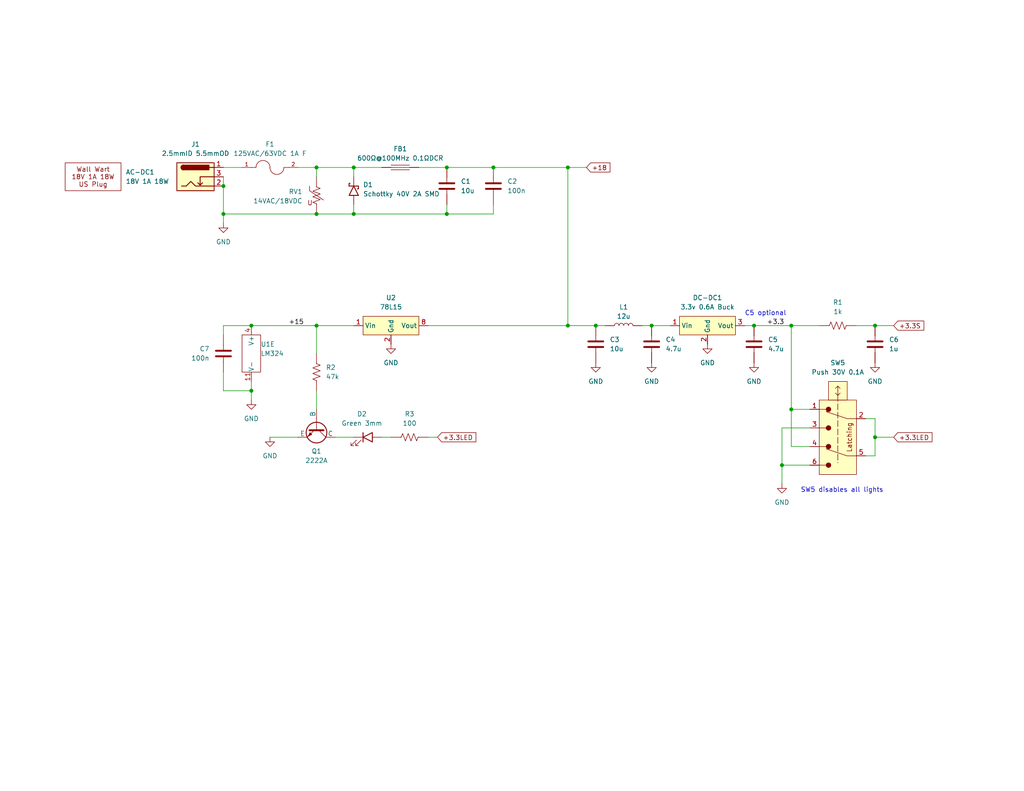
<source format=kicad_sch>
(kicad_sch (version 20230121) (generator eeschema)
  (paper "USLetter")
  (lib_symbols
    (symbol "Danakil_database:Capacitors - Unpolarized/100nF 50V 1206 X7R SMD MLCC  " (pin_numbers hide) (pin_names (offset 0.254))
      (property "Reference" "C" (at 0.635 2.54 0))
      (property "Value" "100n" (at 0.635 -2.54 0))
      (symbol "Capacitors - Unpolarized/100nF 50V 1206 X7R SMD MLCC  _0_1"
        (polyline (pts (xy -2.032 -0.762) (xy 2.032 -0.762)) (stroke (width 0.508)))
        (polyline (pts (xy -2.032 0.762) (xy 2.032 0.762)) (stroke (width 0.508)))
        (polyline (pts (xy 0 -0.762) (xy 0 -2.286)))
        (polyline (pts (xy 0 2.286) (xy 0 0.762)))
      )
      (symbol "Capacitors - Unpolarized/100nF 50V 1206 X7R SMD MLCC  _1_1"
        (pin passive line (at 0 5.08 270) (length 2.794) (name "~") (number "1"))
        (pin passive line (at 0 -5.08 90) (length 2.794) (name "~") (number "2"))
      )
    )
    (symbol "Danakil_database:Capacitors - Unpolarized/10uF 25V 1206 X5R SMD MLCC  " (pin_numbers hide) (pin_names (offset 0.254))
      (property "Reference" "C" (at 0.635 2.54 0))
      (property "Value" "10u" (at 0.635 -2.54 0))
      (symbol "Capacitors - Unpolarized/10uF 25V 1206 X5R SMD MLCC  _0_1"
        (polyline (pts (xy -2.032 -0.762) (xy 2.032 -0.762)) (stroke (width 0.508)))
        (polyline (pts (xy -2.032 0.762) (xy 2.032 0.762)) (stroke (width 0.508)))
        (polyline (pts (xy 0 -0.762) (xy 0 -2.286)))
        (polyline (pts (xy 0 2.286) (xy 0 0.762)))
      )
      (symbol "Capacitors - Unpolarized/10uF 25V 1206 X5R SMD MLCC  _1_1"
        (pin passive line (at 0 5.08 270) (length 2.794) (name "~") (number "1"))
        (pin passive line (at 0 -5.08 90) (length 2.794) (name "~") (number "2"))
      )
    )
    (symbol "Danakil_database:Capacitors - Unpolarized/1uF 50V 0805 Y5V SMD MLCC  " (pin_numbers hide) (pin_names (offset 0.254))
      (property "Reference" "C" (at 0.635 2.54 0))
      (property "Value" "1u" (at 0.635 -2.54 0))
      (symbol "Capacitors - Unpolarized/1uF 50V 0805 Y5V SMD MLCC  _0_1"
        (polyline (pts (xy -2.032 -0.762) (xy 2.032 -0.762)) (stroke (width 0.508)))
        (polyline (pts (xy -2.032 0.762) (xy 2.032 0.762)) (stroke (width 0.508)))
        (polyline (pts (xy 0 -0.762) (xy 0 -2.286)))
        (polyline (pts (xy 0 2.286) (xy 0 0.762)))
      )
      (symbol "Capacitors - Unpolarized/1uF 50V 0805 Y5V SMD MLCC  _1_1"
        (pin passive line (at 0 5.08 270) (length 2.794) (name "~") (number "1"))
        (pin passive line (at 0 -5.08 90) (length 2.794) (name "~") (number "2"))
      )
    )
    (symbol "Danakil_database:Capacitors - Unpolarized/4.7uF 25V 1206 X7R SMD MLCC  " (pin_numbers hide) (pin_names (offset 0.254))
      (property "Reference" "C" (at 0.635 2.54 0))
      (property "Value" "4.7u" (at 0.635 -2.54 0))
      (symbol "Capacitors - Unpolarized/4.7uF 25V 1206 X7R SMD MLCC  _0_1"
        (polyline (pts (xy -2.032 -0.762) (xy 2.032 -0.762)) (stroke (width 0.508)))
        (polyline (pts (xy -2.032 0.762) (xy 2.032 0.762)) (stroke (width 0.508)))
        (polyline (pts (xy 0 -0.762) (xy 0 -2.286)))
        (polyline (pts (xy 0 2.286) (xy 0 0.762)))
      )
      (symbol "Capacitors - Unpolarized/4.7uF 25V 1206 X7R SMD MLCC  _1_1"
        (pin passive line (at 0 5.08 270) (length 2.794) (name "~") (number "1"))
        (pin passive line (at 0 -5.08 90) (length 2.794) (name "~") (number "2"))
      )
    )
    (symbol "Danakil_database:Connectors - Barrel Jack/2.5mmID 5.5mmOD  " (pin_names hide)
      (property "Reference" "J" (at 0 5.334 0))
      (property "Value" "2.5mmID 5.5mmOD" (at 0 -5.08 0))
      (symbol "Connectors - Barrel Jack/2.5mmID 5.5mmOD  _0_1"
        (rectangle (start -5.08 3.81) (end 5.08 -3.81) (stroke (width 0.254)) (fill (type background)))
        (arc (start -3.302 3.175) (mid -3.9343 2.54) (end -3.302 1.905) (stroke (width 0.254)))
        (arc (start -3.302 3.175) (mid -3.9343 2.54) (end -3.302 1.905) (stroke (width 0.254)) (fill (type outline)))
        (polyline (pts (xy 1.27 -2.286) (xy 1.905 -1.651)) (stroke (width 0.254)))
        (polyline (pts (xy 5.08 2.54) (xy 3.81 2.54)) (stroke (width 0.254)))
        (polyline (pts (xy 5.08 0) (xy 1.27 0) (xy 1.27 -2.286) (xy 0.635 -1.651)) (stroke (width 0.254)))
        (polyline (pts (xy -3.81 -2.54) (xy -2.54 -2.54) (xy -1.27 -1.27) (xy 0 -2.54) (xy 2.54 -2.54) (xy 5.08 -2.54)) (stroke (width 0.254)))
        (rectangle (start 3.683 3.175) (end -3.302 1.905) (stroke (width 0.254)) (fill (type outline)))
      )
      (symbol "Connectors - Barrel Jack/2.5mmID 5.5mmOD  _1_1"
        (pin passive line (at 7.62 2.54 180) (length 2.54) (name "~") (number "1"))
        (pin passive line (at 7.62 -2.54 180) (length 2.54) (name "~") (number "2"))
        (pin passive line (at 7.62 0 180) (length 2.54) (name "~") (number "3"))
      )
    )
    (symbol "Danakil_database:Discreet - Diodes - Schottky/Schottky 40V 2A SMD  " (pin_numbers hide) (pin_names hide)
      (property "Reference" "D" (at 0 2.54 0))
      (property "Value" "Schottky 40V 2A SMD" (at 0 -2.54 0))
      (symbol "Discreet - Diodes - Schottky/Schottky 40V 2A SMD  _0_1"
        (polyline (pts (xy -1.27 1.27) (xy -1.27 -1.27)) (stroke (width 0.254)))
        (polyline (pts (xy 1.27 1.27) (xy 1.27 -1.27) (xy -1.27 0) (xy 1.27 1.27)) (stroke (width 0.254)))
      )
      (symbol "Discreet - Diodes - Schottky/Schottky 40V 2A SMD  _1_1"
        (polyline (pts (xy -1.27 -1.27) (xy -2.032 -1.27) (xy -2.032 -1.016)) (stroke (width 0.254)))
        (polyline (pts (xy -1.27 1.27) (xy -0.508 1.27) (xy -0.508 1.016)) (stroke (width 0.254)))
        (pin passive line (at -3.81 0 0) (length 2.54) (name "K") (number "1"))
        (pin passive line (at 3.81 0 180) (length 2.54) (name "A") (number "2"))
      )
    )
    (symbol "Danakil_database:Discreet - Transistors - BJT - NPN/2222A 40V-Vce 0.6A-Ic 0.35W 100-Bmin SMD  " (pin_numbers hide) (pin_names (offset 0))
      (property "Reference" "Q" (at -2.54 7.62 0))
      (property "Value" "2222A" (at -2.54 5.08 0))
      (symbol "Discreet - Transistors - BJT - NPN/2222A 40V-Vce 0.6A-Ic 0.35W 100-Bmin SMD  _0_1"
        (polyline (pts (xy -2.54 0) (xy 0.635 0)) (stroke (width 0.1524)))
        (polyline (pts (xy 0.635 0.635) (xy 2.54 2.54)))
        (polyline (pts (xy 2.794 -1.27) (xy 2.794 -1.27)) (stroke (width 0.1524)))
        (polyline (pts (xy 2.794 -1.27) (xy 2.794 -1.27)) (stroke (width 0.1524)))
        (polyline (pts (xy 0.635 -0.635) (xy 2.54 -2.54) (xy 2.54 -2.54)))
        (polyline (pts (xy 0.635 1.905) (xy 0.635 -1.905) (xy 0.635 -1.905)) (stroke (width 0.508)))
        (polyline (pts (xy 1.27 -1.778) (xy 1.778 -1.27) (xy 2.286 -2.286) (xy 1.27 -1.778) (xy 1.27 -1.778)) (fill (type outline)))
        (circle (center 1.27 0) (radius 2.8194) (stroke (width 0.254)))
      )
      (symbol "Discreet - Transistors - BJT - NPN/2222A 40V-Vce 0.6A-Ic 0.35W 100-Bmin SMD  _1_1"
        (pin open_collector line (at 2.54 5.08 270) (length 2.54) (name "C") (number "1"))
        (pin input line (at -5.08 0 0) (length 2.54) (name "B") (number "2"))
        (pin open_emitter line (at 2.54 -5.08 90) (length 2.54) (name "E") (number "3"))
      )
    )
    (symbol "Danakil_database:ICs - Analog - OP Amp/LM324" (pin_names (offset 0.127))
      (property "Reference" "U" (at 2.54 2.54 0))
      (property "Value" "LM324" (at 2.54 -7.62 0))
      (symbol "ICs - Analog - OP Amp/LM324_1_1"
        (polyline (pts (xy -5.08 5.08) (xy 5.08 0) (xy -5.08 -5.08) (xy -5.08 5.08)) (stroke (width 0.254)) (fill (type background)))
        (pin output line (at 7.62 0 180) (length 2.54) (name "~") (number "1"))
        (pin input line (at -7.62 -2.54 0) (length 2.54) (name "-") (number "2"))
        (pin input line (at -7.62 2.54 0) (length 2.54) (name "+") (number "3"))
      )
      (symbol "ICs - Analog - OP Amp/LM324_2_1"
        (polyline (pts (xy -5.08 5.08) (xy 5.08 0) (xy -5.08 -5.08) (xy -5.08 5.08)) (stroke (width 0.254)) (fill (type background)))
        (pin input line (at -7.62 2.54 0) (length 2.54) (name "+") (number "5"))
        (pin input line (at -7.62 -2.54 0) (length 2.54) (name "-") (number "6"))
        (pin output line (at 7.62 0 180) (length 2.54) (name "~") (number "7"))
      )
      (symbol "ICs - Analog - OP Amp/LM324_3_1"
        (polyline (pts (xy -5.08 5.08) (xy 5.08 0) (xy -5.08 -5.08) (xy -5.08 5.08)) (stroke (width 0.254)) (fill (type background)))
        (pin input line (at -7.62 2.54 0) (length 2.54) (name "+") (number "10"))
        (pin output line (at 7.62 0 180) (length 2.54) (name "~") (number "8"))
        (pin input line (at -7.62 -2.54 0) (length 2.54) (name "-") (number "9"))
      )
      (symbol "ICs - Analog - OP Amp/LM324_4_1"
        (polyline (pts (xy -5.08 5.08) (xy 5.08 0) (xy -5.08 -5.08) (xy -5.08 5.08)) (stroke (width 0.254)) (fill (type background)))
        (pin input line (at -7.62 2.54 0) (length 2.54) (name "+") (number "12"))
        (pin input line (at -7.62 -2.54 0) (length 2.54) (name "-") (number "13"))
        (pin output line (at 7.62 0 180) (length 2.54) (name "~") (number "14"))
      )
      (symbol "ICs - Analog - OP Amp/LM324_5_1"
        (rectangle (start -2.54 5.08) (end 2.54 -5.08))
        (pin passive line (at 0 -7.62 90) (length 2.54) (name "V-") (number "11"))
        (pin passive line (at 0 7.62 270) (length 2.54) (name "V+") (number "4"))
      )
    )
    (symbol "Danakil_database:ICs - Power - Linear Regulation/78L15 Fixed 0.1A 1.7v@0.04A 35VinMax SMD  "
      (property "Reference" "U" (at 0 5.08 0))
      (property "Value" "78L15" (at 0 0 0))
      (symbol "ICs - Power - Linear Regulation/78L15 Fixed 0.1A 1.7v@0.04A 35VinMax SMD  _1_1"
        (rectangle (start -7.62 2.54) (end 7.62 -2.54) (fill (type background)))
        (pin input line (at -10.16 0 0) (length 2.54) (name "Vin") (number "1"))
        (pin input line (at 0 -5.08 90) (length 2.54) (name "Gnd") (number "2"))
        (pin input line (at 0 -5.08 90) (length 2.54) hide (name "Gnd") (number "3"))
        (pin input line (at 0 -5.08 90) (length 2.54) hide (name "Gnd") (number "6"))
        (pin input line (at 0 -5.08 90) (length 2.54) hide (name "Gnd") (number "7"))
        (pin input line (at 10.16 0 180) (length 2.54) (name "Vout") (number "8"))
      )
    )
    (symbol "Danakil_database:Inductors - Ferrite Bead/600Ω@100MHz 2A 0.1ΩDCR" (pin_numbers hide)
      (property "Reference" "FB" (at 0 2.54 0))
      (property "Value" "600Ω@100MHz 0.1ΩDCR" (at 0 0 0))
      (symbol "Inductors - Ferrite Bead/600Ω@100MHz 2A 0.1ΩDCR_0_1"
        (polyline (pts (xy -2.54 -0.635) (xy 2.54 -0.635)))
        (polyline (pts (xy -2.54 0) (xy 2.54 0)))
        (polyline (pts (xy -2.54 0.635) (xy 2.54 0.635)))
      )
      (symbol "Inductors - Ferrite Bead/600Ω@100MHz 2A 0.1ΩDCR_1_1"
        (pin input line (at -5.08 0 0) (length 2.54) (name "") (number "1"))
        (pin input line (at 5.08 0 180) (length 2.54) (name "") (number "2"))
      )
    )
    (symbol "Danakil_database:Inductors/12uH 2.2A 58mΩ 20% NonStd SMD  " (pin_numbers hide) (pin_names (offset 1.016) hide)
      (property "Reference" "L" (at -1.27 0 90))
      (property "Value" "12u" (at 1.905 0 90))
      (symbol "Inductors/12uH 2.2A 58mΩ 20% NonStd SMD  _0_1"
        (arc (start 0 -2.54) (mid 0.6323 -1.905) (end 0 -1.27))
        (arc (start 0 -1.27) (mid 0.6323 -0.635) (end 0 0))
        (arc (start 0 0) (mid 0.6323 0.635) (end 0 1.27))
        (arc (start 0 1.27) (mid 0.6323 1.905) (end 0 2.54))
      )
      (symbol "Inductors/12uH 2.2A 58mΩ 20% NonStd SMD  _1_1"
        (pin passive line (at 0 5.08 270) (length 2.54) (name "1") (number "1"))
        (pin passive line (at 0 -5.08 90) (length 2.54) (name "2") (number "2"))
      )
    )
    (symbol "Danakil_database:LEDs - Standard - Indicator - Through Hole/Green 3mm 560nm 2.2v 20mA  " (pin_numbers hide) (pin_names (offset 1.016) hide)
      (property "Reference" "D" (at 0 2.54 0))
      (property "Value" "Green 3mm" (at 0 -2.54 0))
      (symbol "LEDs - Standard - Indicator - Through Hole/Green 3mm 560nm 2.2v 20mA  _0_1"
        (polyline (pts (xy -1.27 -1.27) (xy -1.27 1.27)) (stroke (width 0.254)))
        (polyline (pts (xy 1.27 -1.27) (xy 1.27 1.27) (xy -1.27 0) (xy 1.27 -1.27)) (stroke (width 0.254)))
        (polyline (pts (xy -3.048 -0.762) (xy -4.572 -2.286) (xy -3.81 -2.286) (xy -4.572 -2.286) (xy -4.572 -1.524)))
        (polyline (pts (xy -1.778 -0.762) (xy -3.302 -2.286) (xy -2.54 -2.286) (xy -3.302 -2.286) (xy -3.302 -1.524)))
      )
      (symbol "LEDs - Standard - Indicator - Through Hole/Green 3mm 560nm 2.2v 20mA  _1_1"
        (pin passive line (at -3.81 0 0) (length 2.54) (name "K") (number "1"))
        (pin passive line (at 3.81 0 180) (length 2.54) (name "A") (number "2"))
      )
    )
    (symbol "Danakil_database:PSUs - PCB Mount - DC-DC - Non-Isolated/Buck 6v-28v to 3.3v0.6A"
      (property "Reference" "DC-DC" (at 0 5.08 0))
      (property "Value" "3.3v 0.6A Buck" (at 0 0 0))
      (symbol "PSUs - PCB Mount - DC-DC - Non-Isolated/Buck 6v-28v to 3.3v0.6A_1_1"
        (rectangle (start -7.62 2.54) (end 7.62 -2.54) (fill (type background)))
        (pin input line (at -10.16 0 0) (length 2.54) (name "Vin") (number "1"))
        (pin input line (at 0 -5.08 90) (length 2.54) (name "Gnd") (number "2"))
        (pin input line (at 10.16 0 180) (length 2.54) (name "Vout") (number "3"))
      )
    )
    (symbol "Danakil_database:PSUs - Wall Wart/18V 1A 18W Wall Wart  " (on_board no)
      (property "Reference" "AC-DC" (at 0 5.08 0))
      (property "Value" "18V 1A 18W" (at 0 0 0))
      (symbol "PSUs - Wall Wart/18V 1A 18W Wall Wart  _1_1"
        (text_box "Wall Wart\n18V 1A 18W\nUS Plug" (at -7.62 3.81 0) (size 15.24 -7.62) (fill (type color)) (effects (font (size 1.27 1.27))))
      )
    )
    (symbol "Danakil_database:Protection - Fuses/125VAC/63VDC 1A F SMD  " (pin_names (offset 1.016))
      (property "Reference" "F" (at -2.54 3.81 0))
      (property "Value" "125VAC/63VDC 1A F" (at -2.54 -5.08 0))
      (symbol "Protection - Fuses/125VAC/63VDC 1A F SMD  _0_0"
        (arc (start 0 0) (mid -1.905 1.8967) (end -3.81 0) (stroke (width 0.1524)))
        (polyline (pts (xy -5.08 0) (xy -3.81 0)) (stroke (width 0.1524)))
        (polyline (pts (xy 5.08 0) (xy 3.81 0)) (stroke (width 0.1524)))
        (arc (start 0 0) (mid 1.905 -1.8967) (end 3.81 0) (stroke (width 0.1524)))
        (pin passive line (at -7.62 0 0) (length 2.54) (name "~") (number "1"))
        (pin passive line (at 7.62 0 180) (length 2.54) (name "~") (number "2"))
      )
    )
    (symbol "Danakil_database:Protection - MOVs/14VAC/18VDC 120A  J SMD  " (pin_numbers hide) (pin_names (offset 0))
      (property "Reference" "RV" (at 3.175 0 90))
      (property "Value" "14VAC/18VDC" (at -3.175 0 90))
      (symbol "Protection - MOVs/14VAC/18VDC 120A  J SMD  _0_0"
        (text "U" (at -1.778 -2.032 0) (effects (font (size 1.27 1.27))))
      )
      (symbol "Protection - MOVs/14VAC/18VDC 120A  J SMD  _0_1"
        (polyline (pts (xy 0 -2.286) (xy 0 -2.54)))
        (polyline (pts (xy 0 2.286) (xy 0 2.54)))
        (polyline (pts (xy -1.905 2.54) (xy -1.905 1.27) (xy 1.905 -1.27)))
        (polyline (pts (xy 0 -0.762) (xy 1.016 -1.143) (xy 0 -1.524) (xy -1.016 -1.905) (xy 0 -2.286)))
        (polyline (pts (xy 0 0.762) (xy 1.016 0.381) (xy 0 0) (xy -1.016 -0.381) (xy 0 -0.762)))
        (polyline (pts (xy 0 2.286) (xy 1.016 1.905) (xy 0 1.524) (xy -1.016 1.143) (xy 0 0.762)))
      )
      (symbol "Protection - MOVs/14VAC/18VDC 120A  J SMD  _1_1"
        (pin passive line (at 0 5.08 270) (length 2.54) (name "~") (number "1"))
        (pin passive line (at 0 -5.08 90) (length 2.54) (name "~") (number "2"))
      )
    )
    (symbol "Danakil_database:Resistors - Single - SMD/100Ω 1% 1206 0.25w Thick Film 100ppm/°C Automotive" (pin_numbers hide) (pin_names (offset 0))
      (property "Reference" "R" (at 2.54 0 90))
      (property "Value" "100" (at -2.54 0 90))
      (symbol "Resistors - Single - SMD/100Ω 1% 1206 0.25w Thick Film 100ppm/°C Automotive_0_1"
        (polyline (pts (xy 0 -2.286) (xy 0 -2.54)))
        (polyline (pts (xy 0 2.286) (xy 0 2.54)))
        (polyline (pts (xy 0 -0.762) (xy 1.016 -1.143) (xy 0 -1.524) (xy -1.016 -1.905) (xy 0 -2.286)))
        (polyline (pts (xy 0 0.762) (xy 1.016 0.381) (xy 0 0) (xy -1.016 -0.381) (xy 0 -0.762)))
        (polyline (pts (xy 0 2.286) (xy 1.016 1.905) (xy 0 1.524) (xy -1.016 1.143) (xy 0 0.762)))
      )
      (symbol "Resistors - Single - SMD/100Ω 1% 1206 0.25w Thick Film 100ppm/°C Automotive_1_1"
        (pin passive line (at 0 5.08 270) (length 2.54) (name "~") (number "1"))
        (pin passive line (at 0 -5.08 90) (length 2.54) (name "~") (number "2"))
      )
    )
    (symbol "Danakil_database:Resistors - Single - SMD/1kΩ 1% 1206 0.25w Thick Film 200ppm/°C Automotive" (pin_numbers hide) (pin_names (offset 0))
      (property "Reference" "R" (at 2.54 0 90))
      (property "Value" "1k" (at -2.54 0 90))
      (symbol "Resistors - Single - SMD/1kΩ 1% 1206 0.25w Thick Film 200ppm/°C Automotive_0_1"
        (polyline (pts (xy 0 -2.286) (xy 0 -2.54)))
        (polyline (pts (xy 0 2.286) (xy 0 2.54)))
        (polyline (pts (xy 0 -0.762) (xy 1.016 -1.143) (xy 0 -1.524) (xy -1.016 -1.905) (xy 0 -2.286)))
        (polyline (pts (xy 0 0.762) (xy 1.016 0.381) (xy 0 0) (xy -1.016 -0.381) (xy 0 -0.762)))
        (polyline (pts (xy 0 2.286) (xy 1.016 1.905) (xy 0 1.524) (xy -1.016 1.143) (xy 0 0.762)))
      )
      (symbol "Resistors - Single - SMD/1kΩ 1% 1206 0.25w Thick Film 200ppm/°C Automotive_1_1"
        (pin passive line (at 0 5.08 270) (length 2.54) (name "~") (number "1"))
        (pin passive line (at 0 -5.08 90) (length 2.54) (name "~") (number "2"))
      )
    )
    (symbol "Danakil_database:Resistors - Single - SMD/47kΩ 1% 1206 0.25w Thick Film 100ppm/°C Automotive" (pin_numbers hide) (pin_names (offset 0))
      (property "Reference" "R" (at 2.54 0 90))
      (property "Value" "47k" (at -2.54 0 90))
      (symbol "Resistors - Single - SMD/47kΩ 1% 1206 0.25w Thick Film 100ppm/°C Automotive_0_1"
        (polyline (pts (xy 0 -2.286) (xy 0 -2.54)))
        (polyline (pts (xy 0 2.286) (xy 0 2.54)))
        (polyline (pts (xy 0 -0.762) (xy 1.016 -1.143) (xy 0 -1.524) (xy -1.016 -1.905) (xy 0 -2.286)))
        (polyline (pts (xy 0 0.762) (xy 1.016 0.381) (xy 0 0) (xy -1.016 -0.381) (xy 0 -0.762)))
        (polyline (pts (xy 0 2.286) (xy 1.016 1.905) (xy 0 1.524) (xy -1.016 1.143) (xy 0 0.762)))
      )
      (symbol "Resistors - Single - SMD/47kΩ 1% 1206 0.25w Thick Film 100ppm/°C Automotive_1_1"
        (pin passive line (at 0 5.08 270) (length 2.54) (name "~") (number "1"))
        (pin passive line (at 0 -5.08 90) (length 2.54) (name "~") (number "2"))
      )
    )
    (symbol "Danakil_database:Switches - Push/DPDT Push 30V 0.1A"
      (property "Reference" "SW" (at 0 17.78 0))
      (property "Value" "Push 30V 0.1A" (at 0 0 0))
      (symbol "Switches - Push/DPDT Push 30V 0.1A_0_1"
        (polyline (pts (xy -5.08 -5.08) (xy -2.54 -5.08) (xy 3.175 -3.175)))
        (polyline (pts (xy -5.08 5.08) (xy -2.54 5.08) (xy 3.175 6.985)))
      )
      (symbol "Switches - Push/DPDT Push 30V 0.1A_1_1"
        (rectangle (start -5.08 10.16) (end 5.08 -10.16) (fill (type background)))
        (rectangle (start -2.54 15.24) (end 2.54 10.16) (fill (type background)))
        (polyline (pts (xy 0 11.43) (xy -0.635 12.065)))
        (polyline (pts (xy 0 11.43) (xy 0 -6.985)) (stroke (width 0) (type dash)))
        (polyline (pts (xy 0 11.43) (xy 0.635 12.065)))
        (polyline (pts (xy 0 13.97) (xy -0.635 13.335)))
        (polyline (pts (xy 0 13.97) (xy 0 11.43)))
        (polyline (pts (xy 0 13.97) (xy 0.635 13.335)))
        (polyline (pts (xy 2.54 -7.62) (xy 5.08 -7.62)))
        (polyline (pts (xy 2.54 -2.54) (xy 5.08 -2.54)))
        (polyline (pts (xy 2.54 2.54) (xy 5.08 2.54)))
        (polyline (pts (xy 2.54 7.62) (xy 5.08 7.62)))
        (circle (center 2.54 -7.62) (radius 0.635) (fill (type outline)))
        (circle (center 2.54 -2.54) (radius 0.635) (fill (type outline)))
        (circle (center 2.54 2.54) (radius 0.635) (fill (type outline)))
        (circle (center 2.54 7.62) (radius 0.635) (fill (type outline)))
        (text "Latching" (at -3.175 0 900) (effects (font (size 1.27 1.27))))
        (pin passive line (at 7.62 7.62 180) (length 2.54) (name "") (number "1"))
        (pin passive line (at -7.62 5.08 0) (length 2.54) (name "") (number "2"))
        (pin passive line (at 7.62 2.54 180) (length 2.54) (name "") (number "3"))
        (pin passive line (at 7.62 -2.54 180) (length 2.54) (name "") (number "4"))
        (pin passive line (at -7.62 -5.08 0) (length 2.54) (name "") (number "5"))
        (pin passive line (at 7.62 -7.62 180) (length 2.54) (name "") (number "6"))
      )
    )
    (symbol "power:GND" (power) (pin_names (offset 0))
      (property "Value" "GND" (at 0 -3.81 0))
      (symbol "GND_0_1"
        (polyline (pts (xy 0 0) (xy 0 -1.27) (xy 1.27 -1.27) (xy 0 -2.54) (xy -1.27 -1.27) (xy 0 -1.27)))
      )
      (symbol "GND_1_1"
        (pin power_in line (at 0 0 270) (length 0) hide (name "GND") (number "1"))
      )
    )
  )
  (junction (at 215.9 88.9))
  (junction (at 86.36 58.42))
  (junction (at 96.52 58.42))
  (junction (at 68.58 106.68))
  (junction (at 215.9 111.76))
  (junction (at 154.94 45.72))
  (junction (at 121.92 45.72))
  (junction (at 121.92 58.42))
  (junction (at 162.56 88.9))
  (junction (at 238.76 119.38))
  (junction (at 213.36 127))
  (junction (at 86.36 45.72))
  (junction (at 86.36 88.9))
  (junction (at 154.94 88.9))
  (junction (at 96.52 45.72))
  (junction (at 177.8 88.9))
  (junction (at 205.74 88.9))
  (junction (at 68.58 88.9))
  (junction (at 238.76 88.9))
  (junction (at 134.62 45.72))
  (junction (at 60.96 58.42))
  (junction (at 60.96 50.8))
  (wire (pts (xy 238.76 119.38) (xy 238.76 124.46)))
  (wire (pts (xy 60.96 45.72) (xy 66.04 45.72)))
  (wire (pts (xy 213.36 127) (xy 220.98 127)))
  (wire (pts (xy 68.58 109.22) (xy 68.58 106.68)))
  (wire (pts (xy 238.76 88.9) (xy 243.84 88.9)))
  (wire (pts (xy 238.76 114.3) (xy 238.76 119.38)))
  (wire (pts (xy 215.9 121.92) (xy 215.9 111.76)))
  (wire (pts (xy 220.98 121.92) (xy 215.9 121.92)))
  (wire (pts (xy 175.26 88.9) (xy 177.8 88.9)))
  (wire (pts (xy 96.52 45.72) (xy 96.52 48.26)))
  (wire (pts (xy 121.92 55.88) (xy 121.92 58.42)))
  (wire (pts (xy 86.36 45.72) (xy 86.36 48.26)))
  (wire (pts (xy 134.62 45.72) (xy 154.94 45.72)))
  (wire (pts (xy 162.56 88.9) (xy 154.94 88.9)))
  (wire (pts (xy 213.36 127) (xy 213.36 116.84)))
  (wire (pts (xy 68.58 104.14) (xy 68.58 106.68)))
  (wire (pts (xy 60.96 48.26) (xy 60.96 50.8)))
  (wire (pts (xy 104.14 119.38) (xy 106.68 119.38)))
  (wire (pts (xy 60.96 50.8) (xy 60.96 58.42)))
  (wire (pts (xy 215.9 88.9) (xy 223.52 88.9)))
  (wire (pts (xy 96.52 58.42) (xy 121.92 58.42)))
  (wire (pts (xy 177.8 88.9) (xy 182.88 88.9)))
  (wire (pts (xy 86.36 88.9) (xy 96.52 88.9)))
  (wire (pts (xy 60.96 106.68) (xy 68.58 106.68)))
  (wire (pts (xy 96.52 45.72) (xy 104.14 45.72)))
  (wire (pts (xy 215.9 111.76) (xy 220.98 111.76)))
  (wire (pts (xy 215.9 88.9) (xy 205.74 88.9)))
  (wire (pts (xy 68.58 88.9) (xy 86.36 88.9)))
  (wire (pts (xy 86.36 58.42) (xy 60.96 58.42)))
  (wire (pts (xy 60.96 88.9) (xy 68.58 88.9)))
  (wire (pts (xy 86.36 106.68) (xy 86.36 111.76)))
  (wire (pts (xy 154.94 88.9) (xy 154.94 45.72)))
  (wire (pts (xy 134.62 58.42) (xy 134.62 55.88)))
  (wire (pts (xy 60.96 101.6) (xy 60.96 106.68)))
  (wire (pts (xy 86.36 45.72) (xy 96.52 45.72)))
  (wire (pts (xy 86.36 88.9) (xy 86.36 96.52)))
  (wire (pts (xy 205.74 88.9) (xy 203.2 88.9)))
  (wire (pts (xy 121.92 58.42) (xy 134.62 58.42)))
  (wire (pts (xy 162.56 88.9) (xy 165.1 88.9)))
  (wire (pts (xy 60.96 60.96) (xy 60.96 58.42)))
  (wire (pts (xy 154.94 45.72) (xy 160.02 45.72)))
  (wire (pts (xy 60.96 91.44) (xy 60.96 88.9)))
  (wire (pts (xy 91.44 119.38) (xy 96.52 119.38)))
  (wire (pts (xy 215.9 111.76) (xy 215.9 88.9)))
  (wire (pts (xy 213.36 132.08) (xy 213.36 127)))
  (wire (pts (xy 73.66 119.38) (xy 81.28 119.38)))
  (wire (pts (xy 213.36 116.84) (xy 220.98 116.84)))
  (wire (pts (xy 121.92 45.72) (xy 114.3 45.72)))
  (wire (pts (xy 96.52 55.88) (xy 96.52 58.42)))
  (wire (pts (xy 119.38 119.38) (xy 116.84 119.38)))
  (wire (pts (xy 238.76 124.46) (xy 236.22 124.46)))
  (wire (pts (xy 233.68 88.9) (xy 238.76 88.9)))
  (wire (pts (xy 134.62 45.72) (xy 121.92 45.72)))
  (wire (pts (xy 116.84 88.9) (xy 154.94 88.9)))
  (wire (pts (xy 238.76 119.38) (xy 243.84 119.38)))
  (wire (pts (xy 81.28 45.72) (xy 86.36 45.72)))
  (wire (pts (xy 238.76 114.3) (xy 236.22 114.3)))
  (wire (pts (xy 96.52 58.42) (xy 86.36 58.42)))
  (text "C5 optional" (at 203.2 86.36 0) (effects (font (size 1.27 1.27)) (justify left bottom)))
  (text "SW5 disables all lights" (at 218.44 134.62 0) (effects (font (size 1.27 1.27)) (justify left bottom)))
  (label "+3.3" (at 213.995 88.9 180))
  (label "+15" (at 78.74 88.9 0))
  (global_label "+3.3LED" (shape input) (at 119.38 119.38 0) (property "Intersheetrefs" "${INTERSHEET_REFS}" (effects hide)))
  (global_label "+3.3S" (shape input) (at 243.84 88.9 0) (property "Intersheetrefs" "${INTERSHEET_REFS}" (effects hide)))
  (global_label "+3.3LED" (shape input) (at 243.84 119.38 0) (property "Intersheetrefs" "${INTERSHEET_REFS}" (effects hide)))
  (global_label "+18" (shape input) (at 160.02 45.72 0) (property "Intersheetrefs" "${INTERSHEET_REFS}" (effects hide)))
  (symbol (lib_id "power:GND") (at 106.68 93.98 0) (unit 1)
    (property "Reference" "#PWR011" (effects hide))
    (property "Value" "GND" (at 106.68 99.06 0))
  )
  (symbol (lib_id "Danakil_database:Inductors - Ferrite Bead/600Ω@100MHz 2A 0.1ΩDCR") (at 109.22 45.72 0) (unit 1)
    (property "Reference" "FB1" (at 109.22 40.64 0))
    (property "Value" "600Ω@100MHz 0.1ΩDCR" (at 109.22 43.18 0))
    (property "Footprint" "Inductors_SMD:L_0805_2012Metric" (effects hide))
    (property "Datasheet" "https://fair-rite.com/product/chip-beads-2508056017y2/" (effects hide))
    (property "Name" "600Ω@100MHz 2A 0.1ΩDCR" (effects hide))
    (property "Z@Freq" "600Ω@100MHz" (effects hide))
    (property "Imax" "2A" (effects hide))
    (property "DCR (max)" "0.1Ω" (effects hide))
    (property "MFG" "Fair-Rite Products Corp." (effects hide))
    (property "MFG PN" "2508056017Y2" (effects hide))
    (property "Distributor" "Digikey" (effects hide))
    (property "Distributor PN" "1934-1487-1-ND" (effects hide))
    (property "Symbol" "0Dan_Passives:FB" (effects hide))
    (property "Comment" " " (effects hide))
  )
  (symbol (lib_id "power:GND") (at 60.96 60.96 0) (unit 1)
    (property "Reference" "#PWR09" (effects hide))
    (property "Value" "GND" (at 60.96 66.04 0))
  )
  (symbol (lib_id "Danakil_database:LEDs - Standard - Indicator - Through Hole/Green 3mm 560nm 2.2v 20mA  ") (at 100.33 119.38 0) (unit 1)
    (property "Reference" "D2" (at 98.7425 113.03 0))
    (property "Value" "Green 3mm" (at 98.7425 115.57 0))
    (property "Footprint" "Discreet_TH:LED_3mm_wurth" (effects hide))
    (property "Datasheet" "https://www.we-online.com/components/products/datasheet/151031VS06000.pdf" (effects hide))
    (property "Name" "Green 3mm 560nm 2.2v 20mA  " (effects hide))
    (property "Color" "Green" (effects hide))
    (property "Wavelength" "560" (effects hide))
    (property "Vf" "2.2" (effects hide))
    (property "If (mA)" "20" (effects hide))
    (property "Size" "3mm" (effects hide))
    (property "MFG" "Würth Elektronik" (effects hide))
    (property "MFG PN" "151031VS06000" (effects hide))
    (property "Distributor" "Digikey" (effects hide))
    (property "Distributor PN" "732-5008-ND" (effects hide))
    (property "Symbol" "0Dan_Discreet:LED" (effects hide))
    (property "Comment" " " (effects hide))
  )
  (symbol (lib_id "power:GND") (at 162.56 99.06 0) (unit 1)
    (property "Reference" "#PWR013" (effects hide))
    (property "Value" "GND" (at 162.56 104.14 0))
  )
  (symbol (lib_id "Danakil_database:Resistors - Single - SMD/1kΩ 1% 1206 0.25w Thick Film 200ppm/°C Automotive") (at 228.6 88.9 90) (unit 1)
    (property "Reference" "R1" (at 228.6 82.55 90))
    (property "Value" "1k" (at 228.6 85.09 90))
    (property "Footprint" "Resistors_SMD:R_1206_3216Metric" (effects hide))
    (property "Datasheet" "https://www.seielect.com/catalog/sei-rmcf_rmcp.pdf" (effects hide))
    (property "Name" "1kΩ 1% 1206 0.25w Thick Film 200ppm/°C Automotive" (effects hide))
    (property "Tolerance" "1" (effects hide))
    (property "Size" "1206" (effects hide))
    (property "Power" "0.25" (effects hide))
    (property "Voltage" "200v" (effects hide))
    (property "Technology" "Thick Film" (effects hide))
    (property "Temp Co" "200" (effects hide))
    (property "MFG" "Stackpole Electronics Inc" (effects hide))
    (property "MFG PN" "RMCF1206FT1K00" (effects hide))
    (property "Distributor" "Digikey" (effects hide))
    (property "Distributor PN" "RMCF1206FT1K00CT-ND" (effects hide))
    (property "Symbol" "0Dan_Passives:R_US" (effects hide))
    (property "Comment" "Automotive" (effects hide))
  )
  (symbol (lib_id "Danakil_database:Protection - MOVs/14VAC/18VDC 120A  J SMD  ") (at 86.36 53.34 0) (unit 1)
    (property "Reference" "RV1" (at 82.55 52.3268 0) (effects (justify right)))
    (property "Value" "14VAC/18VDC" (at 82.55 54.8668 0) (effects (justify right)))
    (property "Footprint" "Protection_MOV:MOV_0805" (effects hide))
    (property "Datasheet" "https://www.bourns.com/docs/Product-Datasheets/BVR0805.pdf" (effects hide))
    (property "Name" "14VAC/18VDC 120A  J SMD  " (effects hide))
    (property "Max ACV" "14" (effects hide))
    (property "Max DCV" "18" (effects hide))
    (property "Varistor Voltage (min)" "22" (effects hide))
    (property "Varistor Voltage (max)" "28" (effects hide))
    (property "Surge Current (A)" "120" (effects hide))
    (property "Energy (J)" " " (effects hide))
    (property "Mounting Type" "SMD" (effects hide))
    (property "MFG" "Bourns Inc." (effects hide))
    (property "MFG PN" "BVR0805-14PFR" (effects hide))
    (property "Distributor" "Digikey" (effects hide))
    (property "Distributor PN" "118-BVR0805-14PFRCT-ND" (effects hide))
    (property "Symbol" "0Dan_Protection:MOV" (effects hide))
    (property "Comment" " " (effects hide))
  )
  (symbol (lib_id "Danakil_database:Capacitors - Unpolarized/100nF 50V 1206 X7R SMD MLCC  ") (at 60.96 96.52 0) (mirror y) (unit 1)
    (property "Reference" "C7" (at 57.15 95.25 0) (effects (justify left)))
    (property "Value" "100n" (at 57.15 97.79 0) (effects (justify left)))
    (property "Footprint" "Capacitors_SMD:C_1206_3216Metric" (effects hide))
    (property "Datasheet" "https://mm.digikey.com/Volume0/opasdata/d220001/medias/docus/1256/CL31B104KBCNNNC_Spec.pdf" (effects hide))
    (property "Name" "100nF 50V 1206 X7R SMD MLCC  " (effects hide))
    (property "Size" "1206" (effects hide))
    (property "Voltage" "50" (effects hide))
    (property "Temp Co" "X7R" (effects hide))
    (property "Mounting Type" "SMD" (effects hide))
    (property "Technology" "MLCC" (effects hide))
    (property "MFG" "Samsung Electro-Mechanics" (effects hide))
    (property "MFG PN" "CL31B104KBCNNNC" (effects hide))
    (property "Distributor" "Digikey" (effects hide))
    (property "Distributor PN" "1276-1017-1-ND" (effects hide))
    (property "Symbol" "0Dan_Passives:C" (effects hide))
    (property "Comment" " " (effects hide))
  )
  (symbol (lib_id "Danakil_database:Inductors/12uH 2.2A 58mΩ 20% NonStd SMD  ") (at 170.18 88.9 90) (unit 1)
    (property "Reference" "L1" (at 170.18 83.82 90))
    (property "Value" "12u" (at 170.18 86.36 90))
    (property "Footprint" "Inductors_SMD:ASPI-6045S-120M-T" (effects hide))
    (property "Datasheet" "https://abracon.com/Magnetics/power/ASPI-6045S.pdf" (effects hide))
    (property "Name" "12uH 2.2A 58mΩ 20% NonStd SMD  " (effects hide))
    (property "Size" "NonStd" (effects hide))
    (property "Mounting Type" "SMD" (effects hide))
    (property "Tolerance" "20" (effects hide))
    (property "DCR" "58m" (effects hide))
    (property "MFG" "Abracon LLC" (effects hide))
    (property "MFG PN" "ASPI-6045S-120M-T" (effects hide))
    (property "Distributor" "Digikey" (effects hide))
    (property "Distributor PN" "535-ASPI-6045S-120M-TCT-ND" (effects hide))
    (property "Symbol" "0Dan_Passives:L" (effects hide))
    (property "Comment" " " (effects hide))
  )
  (symbol (lib_id "Danakil_database:Discreet - Transistors - BJT - NPN/2222A 40V-Vce 0.6A-Ic 0.35W 100-Bmin SMD  ") (at 86.36 116.84 270) (unit 1)
    (property "Reference" "Q1" (at 86.36 123.19 90))
    (property "Value" "2222A" (at 86.36 125.73 90))
    (property "Footprint" "Discreet_SMD:SOT-23-3" (effects hide))
    (property "Datasheet" "https://www.mccsemi.com/pdf/Products/MMBT2222A(SOT-23).pdf" (effects hide))
    (property "Sim.Device" "NPN" (effects hide))
    (property "Sim.Type" "GUMMELPOON" (effects hide))
    (property "Sim.Pins" "1=C 2=B 3=E" (effects hide))
    (property "Name" "2222A 40V-Vce 0.6A-Ic 0.35W 100-Bmin SMD  " (effects hide))
    (property "Vce" "40V" (effects hide))
    (property "Ic" "0.6A" (effects hide))
    (property "Pmax" "0.35W" (effects hide))
    (property "Gain" "100" (effects hide))
    (property "Mounting Type" "SMD" (effects hide))
    (property "MFG" "MCC (Micro Commercial Components)" (effects hide))
    (property "MFG PN" "MMBT2222A-TP" (effects hide))
    (property "Distributor" "Digikey" (effects hide))
    (property "Distributor PN" "MMBT2222ATPMSCT-ND" (effects hide))
    (property "Symbol" "0Dan_Discreet:NPN" (effects hide))
    (property "Comment" " " (effects hide))
  )
  (symbol (lib_id "Danakil_database:Capacitors - Unpolarized/1uF 50V 0805 Y5V SMD MLCC  ") (at 238.76 93.98 0) (unit 1)
    (property "Reference" "C6" (at 242.57 92.71 0) (effects (justify left)))
    (property "Value" "1u" (at 242.57 95.25 0) (effects (justify left)))
    (property "Footprint" "Capacitors_SMD:C_0805_2012Metric" (effects hide))
    (property "Datasheet" "https://weblib.samsungsem.com/mlcc/mlcc-ec-data-sheet.do?partNumber=CL05Y105KP6VPN" (effects hide))
    (property "Name" "1uF 50V 0805 Y5V SMD MLCC  " (effects hide))
    (property "Size" "0805" (effects hide))
    (property "Voltage" "50" (effects hide))
    (property "Temp Co" "Y5V" (effects hide))
    (property "Mounting Type" "SMD" (effects hide))
    (property "Technology" "MLCC" (effects hide))
    (property "MFG" "Samsung Electro-Mechanics" (effects hide))
    (property "MFG PN" "CL21F105ZBFNNNG" (effects hide))
    (property "Distributor" "Digikey" (effects hide))
    (property "Distributor PN" "1276-6495-1-ND" (effects hide))
    (property "Symbol" "0Dan_Passives:C" (effects hide))
    (property "Comment" " " (effects hide))
  )
  (symbol (lib_id "Danakil_database:Capacitors - Unpolarized/10uF 25V 1206 X5R SMD MLCC  ") (at 162.56 93.98 0) (unit 1)
    (property "Reference" "C3" (at 166.37 92.71 0) (effects (justify left)))
    (property "Value" "10u" (at 166.37 95.25 0) (effects (justify left)))
    (property "Footprint" "Capacitors_SMD:C_1206_3216Metric" (effects hide))
    (property "Datasheet" "https://mm.digikey.com/Volume0/opasdata/d220001/medias/docus/609/CL31A106KAHNNNE_SS.pdf" (effects hide))
    (property "Name" "10uF 25V 1206 X5R SMD MLCC  " (effects hide))
    (property "Size" "1206" (effects hide))
    (property "Voltage" "25" (effects hide))
    (property "Temp Co" "X5R" (effects hide))
    (property "Mounting Type" "SMD" (effects hide))
    (property "Technology" "MLCC" (effects hide))
    (property "MFG" "Samsung Electro-Mechanics" (effects hide))
    (property "MFG PN" "CL31A106KAHNNNE" (effects hide))
    (property "Distributor" "Digikey" (effects hide))
    (property "Distributor PN" "1276-1075-1-ND" (effects hide))
    (property "Symbol" "0Dan_Passives:C" (effects hide))
    (property "Comment" " " (effects hide))
  )
  (symbol (lib_id "Danakil_database:Protection - Fuses/125VAC/63VDC 1A F SMD  ") (at 73.66 45.72 0) (unit 1)
    (property "Reference" "F1" (at 73.66 39.37 0))
    (property "Value" "125VAC/63VDC 1A F" (at 73.66 41.91 0))
    (property "Footprint" "Protection_Fuses:Fuse_1206" (effects hide))
    (property "Datasheet" "https://www.belfuse.com/resources/datasheets/circuitprotection/ds-cp-c1f-series.pdf" (effects hide))
    (property "Name" "125VAC/63VDC 1A F SMD  " (effects hide))
    (property "Current Rating (A)" "1" (effects hide))
    (property "Response Time" "F" (effects hide))
    (property "Breaking Capacity (A AC)" "100" (effects hide))
    (property "Breaking Capacity (A DC)" "50" (effects hide))
    (property "Melting I2T" "0.012" (effects hide))
    (property "Mounting Type" "SMD" (effects hide))
    (property "MFG" "Bel Fuse Inc." (effects hide))
    (property "MFG PN" "C1F 1" (effects hide))
    (property "Distributor" "Digikey" (effects hide))
    (property "Distributor PN" "5923-C1F1CT-ND" (effects hide))
    (property "Symbol" "0Dan_Protection:Fuse" (effects hide))
    (property "Comment" " " (effects hide))
  )
  (symbol (lib_id "Danakil_database:ICs - Power - Linear Regulation/78L15 Fixed 0.1A 1.7v@0.04A 35VinMax SMD  ") (at 106.68 88.9 0) (unit 1)
    (property "Reference" "U2" (at 106.68 81.28 0))
    (property "Value" "78L15" (at 106.68 83.82 0))
    (property "Footprint" "ICs:SOIC-8_3.9x4.9mm_P1.27mm" (effects hide))
    (property "Datasheet" "https://www.st.com/resource/en/datasheet/l78l.pdf" (effects hide))
    (property "Name" "78L15 Fixed 0.1A 1.7v@0.04A 35VinMax SMD  " (effects hide))
    (property "Type" "Fixed" (effects hide))
    (property "Vout" "15" (effects hide))
    (property "Iout Max" "0.1" (effects hide))
    (property "Vdropout@I" "1.7v@0.04A" (effects hide))
    (property "VinMax" "35" (effects hide))
    (property "Min ESR(mΩ)" "0" (effects hide))
    (property "Mounting Type" "SMD" (effects hide))
    (property "MFG" "STMicroelectronics" (effects hide))
    (property "MFG PN" "L78L15ACD13TR" (effects hide))
    (property "Distributor" "Digikey" (effects hide))
    (property "Distributor PN" "497-7278-1-ND" (effects hide))
    (property "Symbol" "0Dan_Linear_Regulation:78xx_1" (effects hide))
    (property "Comment" " " (effects hide))
  )
  (symbol (lib_id "Danakil_database:PSUs - PCB Mount - DC-DC - Non-Isolated/Buck 6v-28v to 3.3v0.6A") (at 193.04 88.9 0) (unit 1)
    (property "Reference" "DC-DC1" (at 193.04 81.28 0))
    (property "Value" "3.3v 0.6A Buck" (at 193.04 83.82 0))
    (property "Footprint" "DCDC_NonIso:R-78E-0.5" (effects hide))
    (property "Datasheet" "https://recom-power.com/pdf/Innoline/R-78E-0.5.pdf" (effects hide))
    (property "Name" "Buck 6v-28v to 3.3v0.6A" (effects hide))
    (property "Type" "Buck" (effects hide))
    (property "Vout" "3.3v" (effects hide))
    (property "Iout" "0.6A" (effects hide))
    (property "Vin (min)" "6v" (effects hide))
    (property "Vin (max)" "28v" (effects hide))
    (property "MFG" "Recom Power" (effects hide))
    (property "MFG PN" "R-78E3.3-0.5" (effects hide))
    (property "Distributor" "Digikey" (effects hide))
    (property "Distributor PN" "945-1661-5-ND" (effects hide))
    (property "Symbol" "0Dan_PSUs:78xx Replacement" (effects hide))
    (property "Comment" " " (effects hide))
  )
  (symbol (lib_id "power:GND") (at 177.8 99.06 0) (unit 1)
    (property "Reference" "#PWR012" (effects hide))
    (property "Value" "GND" (at 177.8 104.14 0))
  )
  (symbol (lib_id "Danakil_database:Capacitors - Unpolarized/100nF 50V 1206 X7R SMD MLCC  ") (at 134.62 50.8 0) (unit 1)
    (property "Reference" "C2" (at 138.43 49.53 0) (effects (justify left)))
    (property "Value" "100n" (at 138.43 52.07 0) (effects (justify left)))
    (property "Footprint" "Capacitors_SMD:C_1206_3216Metric" (effects hide))
    (property "Datasheet" "https://mm.digikey.com/Volume0/opasdata/d220001/medias/docus/1256/CL31B104KBCNNNC_Spec.pdf" (effects hide))
    (property "Name" "100nF 50V 1206 X7R SMD MLCC  " (effects hide))
    (property "Size" "1206" (effects hide))
    (property "Voltage" "50" (effects hide))
    (property "Temp Co" "X7R" (effects hide))
    (property "Mounting Type" "SMD" (effects hide))
    (property "Technology" "MLCC" (effects hide))
    (property "MFG" "Samsung Electro-Mechanics" (effects hide))
    (property "MFG PN" "CL31B104KBCNNNC" (effects hide))
    (property "Distributor" "Digikey" (effects hide))
    (property "Distributor PN" "1276-1017-1-ND" (effects hide))
    (property "Symbol" "0Dan_Passives:C" (effects hide))
    (property "Comment" " " (effects hide))
  )
  (symbol (lib_id "Danakil_database:Discreet - Diodes - Schottky/Schottky 40V 2A SMD  ") (at 96.52 52.07 270) (unit 1)
    (property "Reference" "D1" (at 99.06 50.419 90) (effects (justify left)))
    (property "Value" "Schottky 40V 2A SMD" (at 99.06 52.959 90) (effects (justify left)))
    (property "Footprint" "Diodes:D_SOD-123F" (effects hide))
    (property "Datasheet" "https://www.panjit.com.tw/upload/datasheet/SS2040LL.pdf" (effects hide))
    (property "Sim.Pins" "1=K 2=A" (effects hide))
    (property "Name" "Schottky 40V 2A SMD  " (effects hide))
    (property "Vr (max)" "40V" (effects hide))
    (property "Vf@If (max)" "0.45V@2A" (effects hide))
    (property "I (max)" "2A" (effects hide))
    (property "Mounting Type" "SMD" (effects hide))
    (property "MFG" "Panjit International Inc." (effects hide))
    (property "MFG PN" "SS2040LL_R1_00001" (effects hide))
    (property "Distributor" "Digikey" (effects hide))
    (property "Distributor PN" "3757-SS2040LL_R1_00001CT-ND" (effects hide))
    (property "Symbol" "0Dan_Discreet:Diode_Schottky" (effects hide))
    (property "Comment" " " (effects hide))
  )
  (symbol (lib_id "Danakil_database:Switches - Push/DPDT Push 30V 0.1A") (at 228.6 119.38 0) (mirror y) (unit 1)
    (property "Reference" "SW5" (at 228.6 99.06 0))
    (property "Value" "Push 30V 0.1A" (at 228.6 101.6 0))
    (property "Footprint" "Switches_Push:SW_TL2230EEF100" (effects hide))
    (property "Datasheet" "https://configured-product-images.s3.amazonaws.com/Datasheets/TL2230.pdf" (effects hide))
    (property "Name" "DPDT Push 30V 0.1A" (effects hide))
    (property "Type" "DPDT" (effects hide))
    (property "Vmax (DC)" "30V" (effects hide))
    (property "Imax (DC)" "0.1A" (effects hide))
    (property "MFG" "E-Switch" (effects hide))
    (property "MFG PN" "TL2230EEF100" (effects hide))
    (property "Distributor" "Digikey" (effects hide))
    (property "Distributor PN" "E-Switch" (effects hide))
    (property "Symbol" "0Dan_Switches:Push_DPDT_Latching" (effects hide))
    (property "Comment" "Latching" (effects hide))
  )
  (symbol (lib_id "power:GND") (at 68.58 109.22 0) (unit 1)
    (property "Reference" "#PWR010" (effects hide))
    (property "Value" "GND" (at 68.58 114.3 0))
  )
  (symbol (lib_id "power:GND") (at 73.66 119.38 0) (unit 1)
    (property "Reference" "#PWR014" (effects hide))
    (property "Value" "GND" (at 73.66 124.46 0))
  )
  (symbol (lib_id "power:GND") (at 238.76 99.06 0) (unit 1)
    (property "Reference" "#PWR07" (effects hide))
    (property "Value" "GND" (at 238.76 104.14 0))
  )
  (symbol (lib_id "Danakil_database:Capacitors - Unpolarized/4.7uF 25V 1206 X7R SMD MLCC  ") (at 205.74 93.98 0) (unit 1)
    (property "Reference" "C5" (at 209.55 92.71 0) (effects (justify left)))
    (property "Value" "4.7u" (at 209.55 95.25 0) (effects (justify left)))
    (property "Footprint" "Capacitors_SMD:C_1206_3216Metric" (effects hide))
    (property "Datasheet" "https://mm.digikey.com/Volume0/opasdata/d220001/medias/docus/41/CL31B475KAHNNNE_Spec.pdf" (effects hide))
    (property "Name" "4.7uF 25V 1206 X7R SMD MLCC  " (effects hide))
    (property "Size" "1206" (effects hide))
    (property "Voltage" "25" (effects hide))
    (property "Temp Co" "X7R" (effects hide))
    (property "Mounting Type" "SMD" (effects hide))
    (property "Technology" "MLCC" (effects hide))
    (property "MFG" "Samsung Electro-Mechanics" (effects hide))
    (property "MFG PN" "CL31B475KAHNNNE" (effects hide))
    (property "Distributor" "Digikey" (effects hide))
    (property "Distributor PN" "1276-1055-1-ND" (effects hide))
    (property "Symbol" "0Dan_Passives:C" (effects hide))
    (property "Comment" " " (effects hide))
  )
  (symbol (lib_id "Danakil_database:Capacitors - Unpolarized/10uF 25V 1206 X5R SMD MLCC  ") (at 121.92 50.8 0) (unit 1)
    (property "Reference" "C1" (at 125.73 49.53 0) (effects (justify left)))
    (property "Value" "10u" (at 125.73 52.07 0) (effects (justify left)))
    (property "Footprint" "Capacitors_SMD:C_1206_3216Metric" (effects hide))
    (property "Datasheet" "https://mm.digikey.com/Volume0/opasdata/d220001/medias/docus/609/CL31A106KAHNNNE_SS.pdf" (effects hide))
    (property "Name" "10uF 25V 1206 X5R SMD MLCC  " (effects hide))
    (property "Size" "1206" (effects hide))
    (property "Voltage" "25" (effects hide))
    (property "Temp Co" "X5R" (effects hide))
    (property "Mounting Type" "SMD" (effects hide))
    (property "Technology" "MLCC" (effects hide))
    (property "MFG" "Samsung Electro-Mechanics" (effects hide))
    (property "MFG PN" "CL31A106KAHNNNE" (effects hide))
    (property "Distributor" "Digikey" (effects hide))
    (property "Distributor PN" "1276-1075-1-ND" (effects hide))
    (property "Symbol" "0Dan_Passives:C" (effects hide))
    (property "Comment" " " (effects hide))
  )
  (symbol (lib_id "Danakil_database:Capacitors - Unpolarized/4.7uF 25V 1206 X7R SMD MLCC  ") (at 177.8 93.98 0) (unit 1)
    (property "Reference" "C4" (at 181.61 92.71 0) (effects (justify left)))
    (property "Value" "4.7u" (at 181.61 95.25 0) (effects (justify left)))
    (property "Footprint" "Capacitors_SMD:C_1206_3216Metric" (effects hide))
    (property "Datasheet" "https://mm.digikey.com/Volume0/opasdata/d220001/medias/docus/41/CL31B475KAHNNNE_Spec.pdf" (effects hide))
    (property "Name" "4.7uF 25V 1206 X7R SMD MLCC  " (effects hide))
    (property "Size" "1206" (effects hide))
    (property "Voltage" "25" (effects hide))
    (property "Temp Co" "X7R" (effects hide))
    (property "Mounting Type" "SMD" (effects hide))
    (property "Technology" "MLCC" (effects hide))
    (property "MFG" "Samsung Electro-Mechanics" (effects hide))
    (property "MFG PN" "CL31B475KAHNNNE" (effects hide))
    (property "Distributor" "Digikey" (effects hide))
    (property "Distributor PN" "1276-1055-1-ND" (effects hide))
    (property "Symbol" "0Dan_Passives:C" (effects hide))
    (property "Comment" " " (effects hide))
  )
  (symbol (lib_id "Danakil_database:Resistors - Single - SMD/100Ω 1% 1206 0.25w Thick Film 100ppm/°C Automotive") (at 111.76 119.38 90) (unit 1)
    (property "Reference" "R3" (at 111.76 113.03 90))
    (property "Value" "100" (at 111.76 115.57 90))
    (property "Footprint" "Resistors_SMD:R_1206_3216Metric" (effects hide))
    (property "Datasheet" "https://www.seielect.com/catalog/sei-rmcf_rmcp.pdf" (effects hide))
    (property "Name" "100Ω 1% 1206 0.25w Thick Film 100ppm/°C Automotive" (effects hide))
    (property "Tolerance" "1" (effects hide))
    (property "Size" "1206" (effects hide))
    (property "Power" "0.25" (effects hide))
    (property "Voltage" "200v" (effects hide))
    (property "Technology" "Thick Film" (effects hide))
    (property "Temp Co" "100" (effects hide))
    (property "MFG" "Stackpole Electronics Inc" (effects hide))
    (property "MFG PN" "RMCF1206FT100R" (effects hide))
    (property "Distributor" "Digikey" (effects hide))
    (property "Distributor PN" "RMCF1206FT100RCT-ND" (effects hide))
    (property "Symbol" "0Dan_Passives:R_US" (effects hide))
    (property "Comment" "Automotive" (effects hide))
  )
  (symbol (lib_id "Danakil_database:PSUs - Wall Wart/18V 1A 18W Wall Wart  ") (at 25.4 48.26 0) (unit 1) (on_board no)
    (property "Reference" "AC-DC1" (at 34.29 46.99 0) (effects (justify left)))
    (property "Value" "18V 1A 18W" (at 34.29 49.53 0) (effects (justify left)))
    (property "Footprint" "Connectors:CUI_PJ-002B" (effects hide))
    (property "Datasheet" "https://globtek.secure.force.com/spec/?id=01t0c0000097CKB" (effects hide))
    (property "Name" "18V 1A 18W Wall Wart  " (effects hide))
    (property "Voltage (v)" "18" (effects hide))
    (property "Current (A)" "1" (effects hide))
    (property "Wattage (W)" "18" (effects hide))
    (property "Mating Connector PN" "PJ-002B" (effects hide))
    (property "MFG" "GlobTek, Inc." (effects hide))
    (property "MFG PN" "WR9HH1000LCP-F(R6B)" (effects hide))
    (property "Distributor" "Digikey" (effects hide))
    (property "Distributor PN" "1939-2007-ND" (effects hide))
    (property "Symbol" "0Dan_PSUs_WallWarts:WR9HH1000LCP-F(R6B)" (effects hide))
    (property "Comment" " " (effects hide))
  )
  (symbol (lib_id "power:GND") (at 213.36 132.08 0) (unit 1)
    (property "Reference" "#PWR06" (effects hide))
    (property "Value" "GND" (at 213.36 137.16 0))
  )
  (symbol (lib_id "Danakil_database:Connectors - Barrel Jack/2.5mmID 5.5mmOD  ") (at 53.34 48.26 0) (unit 1)
    (property "Reference" "J1" (at 53.34 39.37 0))
    (property "Value" "2.5mmID 5.5mmOD" (at 53.34 41.91 0))
    (property "Footprint" "Connectors:CUI_PJ-002B" (effects hide))
    (property "Datasheet" "https://www.sameskydevices.com/product/resource/pj-002b.pdf" (effects hide))
    (property "Name" "2.5mmID 5.5mmOD  " (effects hide))
    (property "ID" "2.5mm" (effects hide))
    (property "OD" "5.5mm" (effects hide))
    (property "MFG" "Same Sky (Formerly CUI Devices)" (effects hide))
    (property "MFG PN" "PJ-002B" (effects hide))
    (property "Distributor" "Digikey" (effects hide))
    (property "Distributor PN" "CP-002B-ND" (effects hide))
    (property "Symbol" "0Dan_Connectors:Barrel_Jack_Switch" (effects hide))
    (property "Comment" " " (effects hide))
  )
  (symbol (lib_id "Danakil_database:Resistors - Single - SMD/47kΩ 1% 1206 0.25w Thick Film 100ppm/°C Automotive") (at 86.36 101.6 0) (unit 1)
    (property "Reference" "R2" (at 88.9 100.33 0) (effects (justify left)))
    (property "Value" "47k" (at 88.9 102.87 0) (effects (justify left)))
    (property "Footprint" "Resistors_SMD:R_1206_3216Metric" (effects hide))
    (property "Datasheet" "https://www.seielect.com/catalog/sei-rmcf_rmcp.pdf" (effects hide))
    (property "Name" "47kΩ 1% 1206 0.25w Thick Film 100ppm/°C Automotive" (effects hide))
    (property "Tolerance" "1" (effects hide))
    (property "Size" "1206" (effects hide))
    (property "Power" "0.25" (effects hide))
    (property "Voltage" "200v" (effects hide))
    (property "Technology" "Thick Film" (effects hide))
    (property "Temp Co" "100" (effects hide))
    (property "MFG" "Stackpole Electronics Inc" (effects hide))
    (property "MFG PN" "RMCF1206FT47K0" (effects hide))
    (property "Distributor" "Digikey" (effects hide))
    (property "Distributor PN" "RMCF1206FT47K0CT-ND" (effects hide))
    (property "Symbol" "0Dan_Passives:R_US" (effects hide))
    (property "Comment" "Automotive" (effects hide))
  )
  (symbol (lib_id "power:GND") (at 205.74 99.06 0) (unit 1)
    (property "Reference" "#PWR031" (effects hide))
    (property "Value" "GND" (at 205.74 104.14 0))
  )
  (symbol (lib_id "power:GND") (at 193.04 93.98 0) (unit 1)
    (property "Reference" "#PWR08" (effects hide))
    (property "Value" "GND" (at 193.04 99.06 0))
  )
  (symbol (lib_id "Danakil_database:ICs - Analog - OP Amp/LM324") (at 68.58 96.52 0) (unit 5)
    (property "Reference" "U1" (at 71.12 93.98 0) (effects (justify left)))
    (property "Value" "LM324" (at 71.12 96.52 0) (effects (justify left)))
    (property "Footprint" "ICs:SOIC-14_3.9x8.7mm_P1.27mm" (effects hide))
    (property "Datasheet" "https://www.ti.com/lit/ds/symlink/lm224.pdf?HQS=dis-dk-null-digikeymode-dsf-pf-null-wwe&ts=1741206371483" (effects hide))
    (property "Name" "LM324" (effects hide))
    (property "MFG" "Texas Instruments" (effects hide))
    (property "MFG PN" "LM324ADR" (effects hide))
    (property "Distributor" "Digikey" (effects hide))
    (property "Distributor PN" "296-9540-1-ND" (effects hide))
    (property "Symbol" "0Dan_OpAmps:LM324" (effects hide))
    (property "Comment" " " (effects hide))
  )
)
</source>
